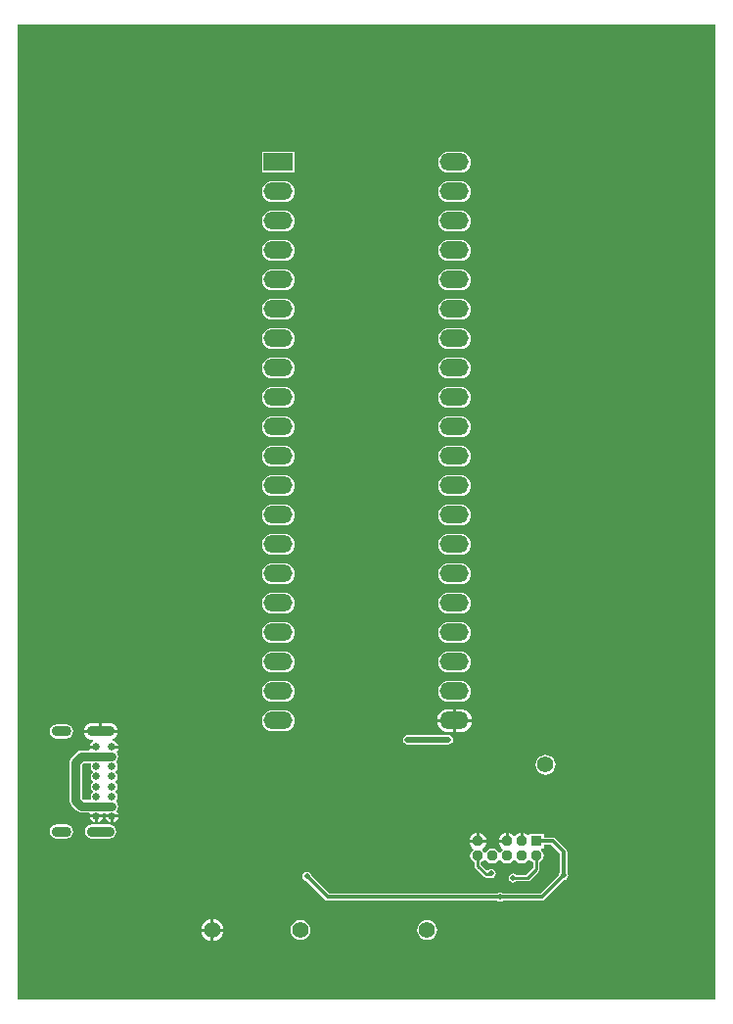
<source format=gbl>
G04*
G04 #@! TF.GenerationSoftware,Altium Limited,Altium Designer,19.1.8 (144)*
G04*
G04 Layer_Physical_Order=2*
G04 Layer_Color=16711680*
%FSLAX25Y25*%
%MOIN*%
G70*
G01*
G75*
%ADD10C,0.01000*%
%ADD17C,0.02000*%
%ADD20C,0.01181*%
%ADD48C,0.03000*%
%ADD50O,0.09843X0.05906*%
%ADD51R,0.09843X0.05906*%
%ADD52R,0.03780X0.03780*%
%ADD53C,0.03780*%
%ADD54C,0.05512*%
%ADD55O,0.06693X0.03543*%
%ADD56O,0.09449X0.03543*%
%ADD57O,0.02559X0.02441*%
%ADD58C,0.01968*%
G36*
X408879Y157122D02*
X171122D01*
Y488878D01*
X408879Y488878D01*
Y157122D01*
D02*
G37*
%LPC*%
G36*
X265521Y445553D02*
X254479D01*
Y438447D01*
X265521D01*
Y445553D01*
D02*
G37*
G36*
X321969Y445583D02*
X318032D01*
X317104Y445461D01*
X316240Y445103D01*
X315498Y444534D01*
X314928Y443792D01*
X314570Y442928D01*
X314448Y442000D01*
X314570Y441073D01*
X314928Y440208D01*
X315498Y439466D01*
X316240Y438897D01*
X317104Y438539D01*
X318032Y438417D01*
X321969D01*
X322896Y438539D01*
X323760Y438897D01*
X324502Y439466D01*
X325072Y440208D01*
X325430Y441073D01*
X325552Y442000D01*
X325430Y442928D01*
X325072Y443792D01*
X324502Y444534D01*
X323760Y445103D01*
X322896Y445461D01*
X321969Y445583D01*
D02*
G37*
G36*
Y435583D02*
X318032D01*
X317104Y435461D01*
X316240Y435103D01*
X315498Y434534D01*
X314928Y433792D01*
X314570Y432928D01*
X314448Y432000D01*
X314570Y431073D01*
X314928Y430208D01*
X315498Y429466D01*
X316240Y428897D01*
X317104Y428539D01*
X318032Y428417D01*
X321969D01*
X322896Y428539D01*
X323760Y428897D01*
X324502Y429466D01*
X325072Y430208D01*
X325430Y431073D01*
X325552Y432000D01*
X325430Y432928D01*
X325072Y433792D01*
X324502Y434534D01*
X323760Y435103D01*
X322896Y435461D01*
X321969Y435583D01*
D02*
G37*
G36*
X261968D02*
X258032D01*
X257104Y435461D01*
X256240Y435103D01*
X255498Y434534D01*
X254928Y433792D01*
X254570Y432928D01*
X254448Y432000D01*
X254570Y431073D01*
X254928Y430208D01*
X255498Y429466D01*
X256240Y428897D01*
X257104Y428539D01*
X258032Y428417D01*
X261968D01*
X262896Y428539D01*
X263760Y428897D01*
X264502Y429466D01*
X265072Y430208D01*
X265430Y431073D01*
X265552Y432000D01*
X265430Y432928D01*
X265072Y433792D01*
X264502Y434534D01*
X263760Y435103D01*
X262896Y435461D01*
X261968Y435583D01*
D02*
G37*
G36*
X321969Y425583D02*
X318032D01*
X317104Y425461D01*
X316240Y425103D01*
X315498Y424534D01*
X314928Y423792D01*
X314570Y422928D01*
X314448Y422000D01*
X314570Y421072D01*
X314928Y420208D01*
X315498Y419466D01*
X316240Y418897D01*
X317104Y418539D01*
X318032Y418417D01*
X321969D01*
X322896Y418539D01*
X323760Y418897D01*
X324502Y419466D01*
X325072Y420208D01*
X325430Y421072D01*
X325552Y422000D01*
X325430Y422928D01*
X325072Y423792D01*
X324502Y424534D01*
X323760Y425103D01*
X322896Y425461D01*
X321969Y425583D01*
D02*
G37*
G36*
X261968D02*
X258032D01*
X257104Y425461D01*
X256240Y425103D01*
X255498Y424534D01*
X254928Y423792D01*
X254570Y422928D01*
X254448Y422000D01*
X254570Y421072D01*
X254928Y420208D01*
X255498Y419466D01*
X256240Y418897D01*
X257104Y418539D01*
X258032Y418417D01*
X261968D01*
X262896Y418539D01*
X263760Y418897D01*
X264502Y419466D01*
X265072Y420208D01*
X265430Y421072D01*
X265552Y422000D01*
X265430Y422928D01*
X265072Y423792D01*
X264502Y424534D01*
X263760Y425103D01*
X262896Y425461D01*
X261968Y425583D01*
D02*
G37*
G36*
X321969Y415583D02*
X318032D01*
X317104Y415461D01*
X316240Y415103D01*
X315498Y414534D01*
X314928Y413792D01*
X314570Y412927D01*
X314448Y412000D01*
X314570Y411072D01*
X314928Y410208D01*
X315498Y409466D01*
X316240Y408897D01*
X317104Y408539D01*
X318032Y408417D01*
X321969D01*
X322896Y408539D01*
X323760Y408897D01*
X324502Y409466D01*
X325072Y410208D01*
X325430Y411072D01*
X325552Y412000D01*
X325430Y412927D01*
X325072Y413792D01*
X324502Y414534D01*
X323760Y415103D01*
X322896Y415461D01*
X321969Y415583D01*
D02*
G37*
G36*
X261968D02*
X258032D01*
X257104Y415461D01*
X256240Y415103D01*
X255498Y414534D01*
X254928Y413792D01*
X254570Y412927D01*
X254448Y412000D01*
X254570Y411072D01*
X254928Y410208D01*
X255498Y409466D01*
X256240Y408897D01*
X257104Y408539D01*
X258032Y408417D01*
X261968D01*
X262896Y408539D01*
X263760Y408897D01*
X264502Y409466D01*
X265072Y410208D01*
X265430Y411072D01*
X265552Y412000D01*
X265430Y412927D01*
X265072Y413792D01*
X264502Y414534D01*
X263760Y415103D01*
X262896Y415461D01*
X261968Y415583D01*
D02*
G37*
G36*
X321969Y405583D02*
X318032D01*
X317104Y405461D01*
X316240Y405103D01*
X315498Y404534D01*
X314928Y403792D01*
X314570Y402927D01*
X314448Y402000D01*
X314570Y401073D01*
X314928Y400208D01*
X315498Y399466D01*
X316240Y398897D01*
X317104Y398539D01*
X318032Y398417D01*
X321969D01*
X322896Y398539D01*
X323760Y398897D01*
X324502Y399466D01*
X325072Y400208D01*
X325430Y401073D01*
X325552Y402000D01*
X325430Y402927D01*
X325072Y403792D01*
X324502Y404534D01*
X323760Y405103D01*
X322896Y405461D01*
X321969Y405583D01*
D02*
G37*
G36*
X261968D02*
X258032D01*
X257104Y405461D01*
X256240Y405103D01*
X255498Y404534D01*
X254928Y403792D01*
X254570Y402927D01*
X254448Y402000D01*
X254570Y401073D01*
X254928Y400208D01*
X255498Y399466D01*
X256240Y398897D01*
X257104Y398539D01*
X258032Y398417D01*
X261968D01*
X262896Y398539D01*
X263760Y398897D01*
X264502Y399466D01*
X265072Y400208D01*
X265430Y401073D01*
X265552Y402000D01*
X265430Y402927D01*
X265072Y403792D01*
X264502Y404534D01*
X263760Y405103D01*
X262896Y405461D01*
X261968Y405583D01*
D02*
G37*
G36*
X321969Y395583D02*
X318032D01*
X317104Y395461D01*
X316240Y395103D01*
X315498Y394534D01*
X314928Y393792D01*
X314570Y392927D01*
X314448Y392000D01*
X314570Y391073D01*
X314928Y390208D01*
X315498Y389466D01*
X316240Y388897D01*
X317104Y388539D01*
X318032Y388417D01*
X321969D01*
X322896Y388539D01*
X323760Y388897D01*
X324502Y389466D01*
X325072Y390208D01*
X325430Y391073D01*
X325552Y392000D01*
X325430Y392927D01*
X325072Y393792D01*
X324502Y394534D01*
X323760Y395103D01*
X322896Y395461D01*
X321969Y395583D01*
D02*
G37*
G36*
X261968D02*
X258032D01*
X257104Y395461D01*
X256240Y395103D01*
X255498Y394534D01*
X254928Y393792D01*
X254570Y392927D01*
X254448Y392000D01*
X254570Y391073D01*
X254928Y390208D01*
X255498Y389466D01*
X256240Y388897D01*
X257104Y388539D01*
X258032Y388417D01*
X261968D01*
X262896Y388539D01*
X263760Y388897D01*
X264502Y389466D01*
X265072Y390208D01*
X265430Y391073D01*
X265552Y392000D01*
X265430Y392927D01*
X265072Y393792D01*
X264502Y394534D01*
X263760Y395103D01*
X262896Y395461D01*
X261968Y395583D01*
D02*
G37*
G36*
X321969Y385583D02*
X318032D01*
X317104Y385461D01*
X316240Y385103D01*
X315498Y384534D01*
X314928Y383792D01*
X314570Y382927D01*
X314448Y382000D01*
X314570Y381073D01*
X314928Y380208D01*
X315498Y379466D01*
X316240Y378897D01*
X317104Y378539D01*
X318032Y378417D01*
X321969D01*
X322896Y378539D01*
X323760Y378897D01*
X324502Y379466D01*
X325072Y380208D01*
X325430Y381073D01*
X325552Y382000D01*
X325430Y382927D01*
X325072Y383792D01*
X324502Y384534D01*
X323760Y385103D01*
X322896Y385461D01*
X321969Y385583D01*
D02*
G37*
G36*
X261968D02*
X258032D01*
X257104Y385461D01*
X256240Y385103D01*
X255498Y384534D01*
X254928Y383792D01*
X254570Y382927D01*
X254448Y382000D01*
X254570Y381073D01*
X254928Y380208D01*
X255498Y379466D01*
X256240Y378897D01*
X257104Y378539D01*
X258032Y378417D01*
X261968D01*
X262896Y378539D01*
X263760Y378897D01*
X264502Y379466D01*
X265072Y380208D01*
X265430Y381073D01*
X265552Y382000D01*
X265430Y382927D01*
X265072Y383792D01*
X264502Y384534D01*
X263760Y385103D01*
X262896Y385461D01*
X261968Y385583D01*
D02*
G37*
G36*
X321969Y375583D02*
X318032D01*
X317104Y375461D01*
X316240Y375103D01*
X315498Y374534D01*
X314928Y373792D01*
X314570Y372927D01*
X314448Y372000D01*
X314570Y371073D01*
X314928Y370208D01*
X315498Y369466D01*
X316240Y368897D01*
X317104Y368539D01*
X318032Y368417D01*
X321969D01*
X322896Y368539D01*
X323760Y368897D01*
X324502Y369466D01*
X325072Y370208D01*
X325430Y371073D01*
X325552Y372000D01*
X325430Y372927D01*
X325072Y373792D01*
X324502Y374534D01*
X323760Y375103D01*
X322896Y375461D01*
X321969Y375583D01*
D02*
G37*
G36*
X261968D02*
X258032D01*
X257104Y375461D01*
X256240Y375103D01*
X255498Y374534D01*
X254928Y373792D01*
X254570Y372927D01*
X254448Y372000D01*
X254570Y371073D01*
X254928Y370208D01*
X255498Y369466D01*
X256240Y368897D01*
X257104Y368539D01*
X258032Y368417D01*
X261968D01*
X262896Y368539D01*
X263760Y368897D01*
X264502Y369466D01*
X265072Y370208D01*
X265430Y371073D01*
X265552Y372000D01*
X265430Y372927D01*
X265072Y373792D01*
X264502Y374534D01*
X263760Y375103D01*
X262896Y375461D01*
X261968Y375583D01*
D02*
G37*
G36*
X321969Y365583D02*
X318032D01*
X317104Y365461D01*
X316240Y365103D01*
X315498Y364534D01*
X314928Y363792D01*
X314570Y362927D01*
X314448Y362000D01*
X314570Y361073D01*
X314928Y360208D01*
X315498Y359466D01*
X316240Y358897D01*
X317104Y358539D01*
X318032Y358417D01*
X321969D01*
X322896Y358539D01*
X323760Y358897D01*
X324502Y359466D01*
X325072Y360208D01*
X325430Y361073D01*
X325552Y362000D01*
X325430Y362927D01*
X325072Y363792D01*
X324502Y364534D01*
X323760Y365103D01*
X322896Y365461D01*
X321969Y365583D01*
D02*
G37*
G36*
X261968D02*
X258032D01*
X257104Y365461D01*
X256240Y365103D01*
X255498Y364534D01*
X254928Y363792D01*
X254570Y362927D01*
X254448Y362000D01*
X254570Y361073D01*
X254928Y360208D01*
X255498Y359466D01*
X256240Y358897D01*
X257104Y358539D01*
X258032Y358417D01*
X261968D01*
X262896Y358539D01*
X263760Y358897D01*
X264502Y359466D01*
X265072Y360208D01*
X265430Y361073D01*
X265552Y362000D01*
X265430Y362927D01*
X265072Y363792D01*
X264502Y364534D01*
X263760Y365103D01*
X262896Y365461D01*
X261968Y365583D01*
D02*
G37*
G36*
X321969Y355583D02*
X318032D01*
X317104Y355461D01*
X316240Y355103D01*
X315498Y354534D01*
X314928Y353792D01*
X314570Y352927D01*
X314448Y352000D01*
X314570Y351073D01*
X314928Y350208D01*
X315498Y349466D01*
X316240Y348897D01*
X317104Y348539D01*
X318032Y348417D01*
X321969D01*
X322896Y348539D01*
X323760Y348897D01*
X324502Y349466D01*
X325072Y350208D01*
X325430Y351073D01*
X325552Y352000D01*
X325430Y352927D01*
X325072Y353792D01*
X324502Y354534D01*
X323760Y355103D01*
X322896Y355461D01*
X321969Y355583D01*
D02*
G37*
G36*
X261968D02*
X258032D01*
X257104Y355461D01*
X256240Y355103D01*
X255498Y354534D01*
X254928Y353792D01*
X254570Y352927D01*
X254448Y352000D01*
X254570Y351073D01*
X254928Y350208D01*
X255498Y349466D01*
X256240Y348897D01*
X257104Y348539D01*
X258032Y348417D01*
X261968D01*
X262896Y348539D01*
X263760Y348897D01*
X264502Y349466D01*
X265072Y350208D01*
X265430Y351073D01*
X265552Y352000D01*
X265430Y352927D01*
X265072Y353792D01*
X264502Y354534D01*
X263760Y355103D01*
X262896Y355461D01*
X261968Y355583D01*
D02*
G37*
G36*
X321969Y345583D02*
X318032D01*
X317104Y345461D01*
X316240Y345103D01*
X315498Y344534D01*
X314928Y343792D01*
X314570Y342927D01*
X314448Y342000D01*
X314570Y341073D01*
X314928Y340208D01*
X315498Y339466D01*
X316240Y338897D01*
X317104Y338539D01*
X318032Y338417D01*
X321969D01*
X322896Y338539D01*
X323760Y338897D01*
X324502Y339466D01*
X325072Y340208D01*
X325430Y341073D01*
X325552Y342000D01*
X325430Y342927D01*
X325072Y343792D01*
X324502Y344534D01*
X323760Y345103D01*
X322896Y345461D01*
X321969Y345583D01*
D02*
G37*
G36*
X261968D02*
X258032D01*
X257104Y345461D01*
X256240Y345103D01*
X255498Y344534D01*
X254928Y343792D01*
X254570Y342927D01*
X254448Y342000D01*
X254570Y341073D01*
X254928Y340208D01*
X255498Y339466D01*
X256240Y338897D01*
X257104Y338539D01*
X258032Y338417D01*
X261968D01*
X262896Y338539D01*
X263760Y338897D01*
X264502Y339466D01*
X265072Y340208D01*
X265430Y341073D01*
X265552Y342000D01*
X265430Y342927D01*
X265072Y343792D01*
X264502Y344534D01*
X263760Y345103D01*
X262896Y345461D01*
X261968Y345583D01*
D02*
G37*
G36*
X321969Y335583D02*
X318032D01*
X317104Y335461D01*
X316240Y335103D01*
X315498Y334534D01*
X314928Y333792D01*
X314570Y332927D01*
X314448Y332000D01*
X314570Y331073D01*
X314928Y330208D01*
X315498Y329466D01*
X316240Y328897D01*
X317104Y328539D01*
X318032Y328417D01*
X321969D01*
X322896Y328539D01*
X323760Y328897D01*
X324502Y329466D01*
X325072Y330208D01*
X325430Y331073D01*
X325552Y332000D01*
X325430Y332927D01*
X325072Y333792D01*
X324502Y334534D01*
X323760Y335103D01*
X322896Y335461D01*
X321969Y335583D01*
D02*
G37*
G36*
X261968D02*
X258032D01*
X257104Y335461D01*
X256240Y335103D01*
X255498Y334534D01*
X254928Y333792D01*
X254570Y332927D01*
X254448Y332000D01*
X254570Y331073D01*
X254928Y330208D01*
X255498Y329466D01*
X256240Y328897D01*
X257104Y328539D01*
X258032Y328417D01*
X261968D01*
X262896Y328539D01*
X263760Y328897D01*
X264502Y329466D01*
X265072Y330208D01*
X265430Y331073D01*
X265552Y332000D01*
X265430Y332927D01*
X265072Y333792D01*
X264502Y334534D01*
X263760Y335103D01*
X262896Y335461D01*
X261968Y335583D01*
D02*
G37*
G36*
X321969Y325583D02*
X318032D01*
X317104Y325461D01*
X316240Y325103D01*
X315498Y324534D01*
X314928Y323792D01*
X314570Y322927D01*
X314448Y322000D01*
X314570Y321073D01*
X314928Y320208D01*
X315498Y319466D01*
X316240Y318897D01*
X317104Y318539D01*
X318032Y318417D01*
X321969D01*
X322896Y318539D01*
X323760Y318897D01*
X324502Y319466D01*
X325072Y320208D01*
X325430Y321073D01*
X325552Y322000D01*
X325430Y322927D01*
X325072Y323792D01*
X324502Y324534D01*
X323760Y325103D01*
X322896Y325461D01*
X321969Y325583D01*
D02*
G37*
G36*
X261968D02*
X258032D01*
X257104Y325461D01*
X256240Y325103D01*
X255498Y324534D01*
X254928Y323792D01*
X254570Y322927D01*
X254448Y322000D01*
X254570Y321073D01*
X254928Y320208D01*
X255498Y319466D01*
X256240Y318897D01*
X257104Y318539D01*
X258032Y318417D01*
X261968D01*
X262896Y318539D01*
X263760Y318897D01*
X264502Y319466D01*
X265072Y320208D01*
X265430Y321073D01*
X265552Y322000D01*
X265430Y322927D01*
X265072Y323792D01*
X264502Y324534D01*
X263760Y325103D01*
X262896Y325461D01*
X261968Y325583D01*
D02*
G37*
G36*
X321969Y315583D02*
X318032D01*
X317104Y315461D01*
X316240Y315103D01*
X315498Y314534D01*
X314928Y313792D01*
X314570Y312927D01*
X314448Y312000D01*
X314570Y311073D01*
X314928Y310208D01*
X315498Y309466D01*
X316240Y308897D01*
X317104Y308539D01*
X318032Y308417D01*
X321969D01*
X322896Y308539D01*
X323760Y308897D01*
X324502Y309466D01*
X325072Y310208D01*
X325430Y311073D01*
X325552Y312000D01*
X325430Y312927D01*
X325072Y313792D01*
X324502Y314534D01*
X323760Y315103D01*
X322896Y315461D01*
X321969Y315583D01*
D02*
G37*
G36*
X261968D02*
X258032D01*
X257104Y315461D01*
X256240Y315103D01*
X255498Y314534D01*
X254928Y313792D01*
X254570Y312927D01*
X254448Y312000D01*
X254570Y311073D01*
X254928Y310208D01*
X255498Y309466D01*
X256240Y308897D01*
X257104Y308539D01*
X258032Y308417D01*
X261968D01*
X262896Y308539D01*
X263760Y308897D01*
X264502Y309466D01*
X265072Y310208D01*
X265430Y311073D01*
X265552Y312000D01*
X265430Y312927D01*
X265072Y313792D01*
X264502Y314534D01*
X263760Y315103D01*
X262896Y315461D01*
X261968Y315583D01*
D02*
G37*
G36*
X321969Y305583D02*
X318032D01*
X317104Y305461D01*
X316240Y305103D01*
X315498Y304534D01*
X314928Y303792D01*
X314570Y302927D01*
X314448Y302000D01*
X314570Y301073D01*
X314928Y300208D01*
X315498Y299466D01*
X316240Y298897D01*
X317104Y298539D01*
X318032Y298417D01*
X321969D01*
X322896Y298539D01*
X323760Y298897D01*
X324502Y299466D01*
X325072Y300208D01*
X325430Y301073D01*
X325552Y302000D01*
X325430Y302927D01*
X325072Y303792D01*
X324502Y304534D01*
X323760Y305103D01*
X322896Y305461D01*
X321969Y305583D01*
D02*
G37*
G36*
X261968D02*
X258032D01*
X257104Y305461D01*
X256240Y305103D01*
X255498Y304534D01*
X254928Y303792D01*
X254570Y302927D01*
X254448Y302000D01*
X254570Y301073D01*
X254928Y300208D01*
X255498Y299466D01*
X256240Y298897D01*
X257104Y298539D01*
X258032Y298417D01*
X261968D01*
X262896Y298539D01*
X263760Y298897D01*
X264502Y299466D01*
X265072Y300208D01*
X265430Y301073D01*
X265552Y302000D01*
X265430Y302927D01*
X265072Y303792D01*
X264502Y304534D01*
X263760Y305103D01*
X262896Y305461D01*
X261968Y305583D01*
D02*
G37*
G36*
X321969Y295583D02*
X318032D01*
X317104Y295461D01*
X316240Y295103D01*
X315498Y294534D01*
X314928Y293792D01*
X314570Y292927D01*
X314448Y292000D01*
X314570Y291073D01*
X314928Y290208D01*
X315498Y289466D01*
X316240Y288897D01*
X317104Y288539D01*
X318032Y288417D01*
X321969D01*
X322896Y288539D01*
X323760Y288897D01*
X324502Y289466D01*
X325072Y290208D01*
X325430Y291073D01*
X325552Y292000D01*
X325430Y292927D01*
X325072Y293792D01*
X324502Y294534D01*
X323760Y295103D01*
X322896Y295461D01*
X321969Y295583D01*
D02*
G37*
G36*
X261968D02*
X258032D01*
X257104Y295461D01*
X256240Y295103D01*
X255498Y294534D01*
X254928Y293792D01*
X254570Y292927D01*
X254448Y292000D01*
X254570Y291073D01*
X254928Y290208D01*
X255498Y289466D01*
X256240Y288897D01*
X257104Y288539D01*
X258032Y288417D01*
X261968D01*
X262896Y288539D01*
X263760Y288897D01*
X264502Y289466D01*
X265072Y290208D01*
X265430Y291073D01*
X265552Y292000D01*
X265430Y292927D01*
X265072Y293792D01*
X264502Y294534D01*
X263760Y295103D01*
X262896Y295461D01*
X261968Y295583D01*
D02*
G37*
G36*
X321969Y285583D02*
X318032D01*
X317104Y285461D01*
X316240Y285103D01*
X315498Y284534D01*
X314928Y283792D01*
X314570Y282927D01*
X314448Y282000D01*
X314570Y281073D01*
X314928Y280208D01*
X315498Y279466D01*
X316240Y278897D01*
X317104Y278539D01*
X318032Y278417D01*
X321969D01*
X322896Y278539D01*
X323760Y278897D01*
X324502Y279466D01*
X325072Y280208D01*
X325430Y281073D01*
X325552Y282000D01*
X325430Y282927D01*
X325072Y283792D01*
X324502Y284534D01*
X323760Y285103D01*
X322896Y285461D01*
X321969Y285583D01*
D02*
G37*
G36*
X261968D02*
X258032D01*
X257104Y285461D01*
X256240Y285103D01*
X255498Y284534D01*
X254928Y283792D01*
X254570Y282927D01*
X254448Y282000D01*
X254570Y281073D01*
X254928Y280208D01*
X255498Y279466D01*
X256240Y278897D01*
X257104Y278539D01*
X258032Y278417D01*
X261968D01*
X262896Y278539D01*
X263760Y278897D01*
X264502Y279466D01*
X265072Y280208D01*
X265430Y281073D01*
X265552Y282000D01*
X265430Y282927D01*
X265072Y283792D01*
X264502Y284534D01*
X263760Y285103D01*
X262896Y285461D01*
X261968Y285583D01*
D02*
G37*
G36*
X321969Y275583D02*
X318032D01*
X317104Y275461D01*
X316240Y275103D01*
X315498Y274534D01*
X314928Y273792D01*
X314570Y272927D01*
X314448Y272000D01*
X314570Y271073D01*
X314928Y270208D01*
X315498Y269466D01*
X316240Y268897D01*
X317104Y268539D01*
X318032Y268417D01*
X321969D01*
X322896Y268539D01*
X323760Y268897D01*
X324502Y269466D01*
X325072Y270208D01*
X325430Y271073D01*
X325552Y272000D01*
X325430Y272927D01*
X325072Y273792D01*
X324502Y274534D01*
X323760Y275103D01*
X322896Y275461D01*
X321969Y275583D01*
D02*
G37*
G36*
X261968D02*
X258032D01*
X257104Y275461D01*
X256240Y275103D01*
X255498Y274534D01*
X254928Y273792D01*
X254570Y272927D01*
X254448Y272000D01*
X254570Y271073D01*
X254928Y270208D01*
X255498Y269466D01*
X256240Y268897D01*
X257104Y268539D01*
X258032Y268417D01*
X261968D01*
X262896Y268539D01*
X263760Y268897D01*
X264502Y269466D01*
X265072Y270208D01*
X265430Y271073D01*
X265552Y272000D01*
X265430Y272927D01*
X265072Y273792D01*
X264502Y274534D01*
X263760Y275103D01*
X262896Y275461D01*
X261968Y275583D01*
D02*
G37*
G36*
X321969Y265583D02*
X318032D01*
X317104Y265461D01*
X316240Y265103D01*
X315498Y264534D01*
X314928Y263792D01*
X314570Y262927D01*
X314448Y262000D01*
X314570Y261073D01*
X314928Y260208D01*
X315498Y259466D01*
X316240Y258897D01*
X317104Y258539D01*
X318032Y258417D01*
X321969D01*
X322896Y258539D01*
X323760Y258897D01*
X324502Y259466D01*
X325072Y260208D01*
X325430Y261073D01*
X325552Y262000D01*
X325430Y262927D01*
X325072Y263792D01*
X324502Y264534D01*
X323760Y265103D01*
X322896Y265461D01*
X321969Y265583D01*
D02*
G37*
G36*
X261968D02*
X258032D01*
X257104Y265461D01*
X256240Y265103D01*
X255498Y264534D01*
X254928Y263792D01*
X254570Y262927D01*
X254448Y262000D01*
X254570Y261073D01*
X254928Y260208D01*
X255498Y259466D01*
X256240Y258897D01*
X257104Y258539D01*
X258032Y258417D01*
X261968D01*
X262896Y258539D01*
X263760Y258897D01*
X264502Y259466D01*
X265072Y260208D01*
X265430Y261073D01*
X265552Y262000D01*
X265430Y262927D01*
X265072Y263792D01*
X264502Y264534D01*
X263760Y265103D01*
X262896Y265461D01*
X261968Y265583D01*
D02*
G37*
G36*
X321969Y255987D02*
X320500D01*
Y252500D01*
X325889D01*
X325819Y253032D01*
X325421Y253993D01*
X324788Y254819D01*
X323962Y255453D01*
X323000Y255851D01*
X321969Y255987D01*
D02*
G37*
G36*
X319500D02*
X318032D01*
X317000Y255851D01*
X316038Y255453D01*
X315212Y254819D01*
X314579Y253993D01*
X314180Y253032D01*
X314110Y252500D01*
X319500D01*
Y255987D01*
D02*
G37*
G36*
X202409Y251150D02*
X199956D01*
Y248855D01*
X205139D01*
X205109Y249078D01*
X204830Y249753D01*
X204386Y250332D01*
X203807Y250776D01*
X203133Y251055D01*
X202409Y251150D01*
D02*
G37*
G36*
X198956D02*
X196503D01*
X195780Y251055D01*
X195106Y250776D01*
X194527Y250332D01*
X194082Y249753D01*
X193803Y249078D01*
X193774Y248855D01*
X198956D01*
Y251150D01*
D02*
G37*
G36*
X261968Y255583D02*
X258032D01*
X257104Y255461D01*
X256240Y255103D01*
X255498Y254534D01*
X254928Y253792D01*
X254570Y252927D01*
X254448Y252000D01*
X254570Y251073D01*
X254928Y250208D01*
X255498Y249466D01*
X256240Y248897D01*
X257104Y248539D01*
X258032Y248417D01*
X261968D01*
X262896Y248539D01*
X263760Y248897D01*
X264502Y249466D01*
X265072Y250208D01*
X265430Y251073D01*
X265552Y252000D01*
X265430Y252927D01*
X265072Y253792D01*
X264502Y254534D01*
X263760Y255103D01*
X262896Y255461D01*
X261968Y255583D01*
D02*
G37*
G36*
X325889Y251500D02*
X320500D01*
Y248013D01*
X321969D01*
X323000Y248149D01*
X323962Y248547D01*
X324788Y249181D01*
X325421Y250007D01*
X325819Y250968D01*
X325889Y251500D01*
D02*
G37*
G36*
X319500D02*
X314110D01*
X314180Y250968D01*
X314579Y250007D01*
X315212Y249181D01*
X316038Y248547D01*
X317000Y248149D01*
X318032Y248013D01*
X319500D01*
Y251500D01*
D02*
G37*
G36*
X187724Y250773D02*
X184574D01*
X183649Y250589D01*
X182864Y250065D01*
X182340Y249280D01*
X182156Y248355D01*
X182340Y247430D01*
X182864Y246645D01*
X183649Y246121D01*
X184574Y245937D01*
X187724D01*
X188649Y246121D01*
X189434Y246645D01*
X189958Y247430D01*
X190142Y248355D01*
X189958Y249280D01*
X189434Y250065D01*
X188649Y250589D01*
X187724Y250773D01*
D02*
G37*
G36*
X318000Y247131D02*
X304000D01*
X303376Y247007D01*
X302847Y246654D01*
X302493Y246124D01*
X302369Y245500D01*
X302493Y244876D01*
X302847Y244346D01*
X303376Y243993D01*
X304000Y243869D01*
X318000D01*
X318624Y243993D01*
X319153Y244346D01*
X319507Y244876D01*
X319631Y245500D01*
X319507Y246124D01*
X319153Y246654D01*
X318624Y247007D01*
X318000Y247131D01*
D02*
G37*
G36*
X351000Y240385D02*
X350124Y240269D01*
X349308Y239931D01*
X348606Y239393D01*
X348069Y238692D01*
X347730Y237876D01*
X347615Y237000D01*
X347730Y236124D01*
X348069Y235308D01*
X348606Y234607D01*
X349308Y234069D01*
X350124Y233731D01*
X351000Y233615D01*
X351876Y233731D01*
X352692Y234069D01*
X353394Y234607D01*
X353931Y235308D01*
X354270Y236124D01*
X354385Y237000D01*
X354270Y237876D01*
X353931Y238692D01*
X353394Y239393D01*
X352692Y239931D01*
X351876Y240269D01*
X351000Y240385D01*
D02*
G37*
G36*
X205139Y247855D02*
X193774D01*
X193803Y247632D01*
X194082Y246957D01*
X194527Y246378D01*
X195106Y245934D01*
X195780Y245655D01*
X196503Y245560D01*
X196858D01*
X196967Y245060D01*
X196340Y244641D01*
X195849Y243906D01*
X195776Y243540D01*
X198000D01*
Y242540D01*
X195776D01*
X195817Y242334D01*
X195521Y241834D01*
X192757D01*
X191938Y241671D01*
X191243Y241207D01*
X189486Y239450D01*
X189022Y238755D01*
X188859Y237936D01*
Y224757D01*
X189022Y223938D01*
X189486Y223243D01*
X191257Y221473D01*
X191951Y221008D01*
X192771Y220845D01*
X195538D01*
X195823Y220345D01*
X195776Y220114D01*
X198000D01*
X200224D01*
X200181Y220326D01*
X200472Y220736D01*
X200842D01*
X201133Y220326D01*
X201090Y220114D01*
X203314D01*
X205538D01*
X205465Y220480D01*
X204974Y221215D01*
X205044Y221770D01*
X205292Y222142D01*
X205455Y222961D01*
X205292Y223780D01*
X204828Y224475D01*
X204820Y224483D01*
X204685Y224661D01*
Y224994D01*
X205088Y225597D01*
X205229Y226307D01*
X205088Y227017D01*
X204685Y227620D01*
X204519Y227730D01*
Y228231D01*
X204685Y228342D01*
X205088Y228944D01*
X205229Y229654D01*
X205088Y230364D01*
X204685Y230966D01*
X204520Y231077D01*
Y231577D01*
X204685Y231687D01*
X205088Y232290D01*
X205229Y233000D01*
X205088Y233710D01*
X204685Y234313D01*
X204519Y234423D01*
Y234924D01*
X204685Y235034D01*
X205088Y235637D01*
X205229Y236347D01*
X205088Y237057D01*
X204685Y237660D01*
Y238084D01*
X204828Y238179D01*
X205292Y238874D01*
X205455Y239693D01*
X205292Y240512D01*
X205044Y240884D01*
X204974Y241439D01*
X205465Y242174D01*
X205538Y242540D01*
X203314D01*
Y243540D01*
X205538D01*
X205465Y243906D01*
X204974Y244641D01*
X204239Y245132D01*
X203521Y245274D01*
X203468Y245794D01*
X203807Y245934D01*
X204386Y246378D01*
X204830Y246957D01*
X205109Y247632D01*
X205139Y247855D01*
D02*
G37*
G36*
X200224Y219114D02*
X198500D01*
Y217438D01*
X198925Y217522D01*
X199660Y218013D01*
X200151Y218748D01*
X200224Y219114D01*
D02*
G37*
G36*
X205538D02*
X203814D01*
Y217438D01*
X204239Y217522D01*
X204974Y218013D01*
X205465Y218748D01*
X205538Y219114D01*
D02*
G37*
G36*
X202814D02*
X201090D01*
X201163Y218748D01*
X201654Y218013D01*
X202389Y217522D01*
X202814Y217438D01*
Y219114D01*
D02*
G37*
G36*
X197500D02*
X195776D01*
X195849Y218748D01*
X196340Y218013D01*
X197075Y217522D01*
X197500Y217438D01*
Y219114D01*
D02*
G37*
G36*
X202409Y216717D02*
X196503D01*
X195578Y216533D01*
X194793Y216009D01*
X194269Y215224D01*
X194085Y214299D01*
X194269Y213374D01*
X194793Y212589D01*
X195578Y212065D01*
X196503Y211881D01*
X202409D01*
X203334Y212065D01*
X204119Y212589D01*
X204643Y213374D01*
X204827Y214299D01*
X204643Y215224D01*
X204119Y216009D01*
X203334Y216533D01*
X202409Y216717D01*
D02*
G37*
G36*
X187724D02*
X184574D01*
X183649Y216533D01*
X182864Y216009D01*
X182340Y215224D01*
X182156Y214299D01*
X182340Y213374D01*
X182864Y212589D01*
X183649Y212065D01*
X184574Y211881D01*
X187724D01*
X188649Y212065D01*
X189434Y212589D01*
X189958Y213374D01*
X190142Y214299D01*
X189958Y215224D01*
X189434Y216009D01*
X188649Y216533D01*
X187724Y216717D01*
D02*
G37*
G36*
X328378Y213849D02*
Y211500D01*
X330727D01*
X330694Y211754D01*
X330403Y212457D01*
X329939Y213061D01*
X329336Y213524D01*
X328633Y213815D01*
X328378Y213849D01*
D02*
G37*
G36*
X327378D02*
X327124Y213815D01*
X326421Y213524D01*
X325817Y213061D01*
X325354Y212457D01*
X325063Y211754D01*
X325030Y211500D01*
X327378D01*
Y213849D01*
D02*
G37*
G36*
X337378D02*
X337124Y213815D01*
X336421Y213524D01*
X335817Y213061D01*
X335354Y212457D01*
X335063Y211754D01*
X335030Y211500D01*
X337378D01*
Y213849D01*
D02*
G37*
G36*
X343378D02*
Y211000D01*
X342378D01*
Y213849D01*
X342124Y213815D01*
X341421Y213524D01*
X340817Y213061D01*
X340628Y212815D01*
X340128D01*
X339939Y213061D01*
X339336Y213524D01*
X338633Y213815D01*
X338378Y213849D01*
Y211000D01*
X337878D01*
Y210500D01*
X335030D01*
X335063Y210246D01*
X335354Y209543D01*
X335817Y208939D01*
X336319Y208554D01*
X336396Y208004D01*
X336083Y207795D01*
X335658Y207158D01*
X335099D01*
X334674Y207795D01*
X333850Y208345D01*
X332878Y208539D01*
X331907Y208345D01*
X331083Y207795D01*
X330658Y207158D01*
X330099D01*
X329674Y207795D01*
X329360Y208004D01*
X329438Y208554D01*
X329939Y208939D01*
X330403Y209543D01*
X330694Y210246D01*
X330727Y210500D01*
X327878D01*
X325030D01*
X325063Y210246D01*
X325354Y209543D01*
X325817Y208939D01*
X326319Y208554D01*
X326396Y208004D01*
X326083Y207795D01*
X325533Y206972D01*
X325340Y206000D01*
X325533Y205029D01*
X326083Y204205D01*
X326757Y203755D01*
Y202622D01*
X326757Y202622D01*
X326842Y202192D01*
X327085Y201829D01*
X330007Y198907D01*
X330371Y198664D01*
X330800Y198578D01*
X330800Y198578D01*
X331776D01*
X331882Y198508D01*
X332500Y198385D01*
X333118Y198508D01*
X333642Y198858D01*
X333992Y199382D01*
X334115Y200000D01*
X333992Y200618D01*
X333642Y201142D01*
X333118Y201492D01*
X332500Y201615D01*
X331882Y201492D01*
X331358Y201142D01*
X330981Y201105D01*
X329000Y203086D01*
Y203755D01*
X329674Y204205D01*
X330099Y204842D01*
X330658D01*
X331083Y204205D01*
X331907Y203655D01*
X332878Y203461D01*
X333850Y203655D01*
X334674Y204205D01*
X335099Y204842D01*
X335658D01*
X336083Y204205D01*
X336907Y203655D01*
X337878Y203461D01*
X338850Y203655D01*
X339673Y204205D01*
X340099Y204842D01*
X340658D01*
X341083Y204205D01*
X341907Y203655D01*
X342878Y203461D01*
X343850Y203655D01*
X344673Y204205D01*
X345099Y204842D01*
X345658D01*
X346083Y204205D01*
X346757Y203755D01*
Y201895D01*
X344654Y199793D01*
X344654Y199793D01*
X344483Y199622D01*
X341156D01*
X341142Y199642D01*
X340618Y199992D01*
X340000Y200115D01*
X339382Y199992D01*
X338858Y199642D01*
X338508Y199118D01*
X338385Y198500D01*
X338508Y197882D01*
X338858Y197358D01*
X339382Y197008D01*
X340000Y196885D01*
X340618Y197008D01*
X341142Y197358D01*
X341156Y197378D01*
X344948D01*
X344948Y197378D01*
X345377Y197464D01*
X345741Y197707D01*
X346241Y198207D01*
X346241Y198207D01*
X348672Y200638D01*
X348915Y201002D01*
X349000Y201431D01*
X349000Y201431D01*
Y203755D01*
X349674Y204205D01*
X350224Y205029D01*
X350417Y206000D01*
X350224Y206972D01*
X349674Y207795D01*
X349351Y208010D01*
X349503Y208510D01*
X350368D01*
Y209786D01*
X352997D01*
X355940Y206844D01*
Y200381D01*
X355661Y199965D01*
X355563Y199473D01*
X349304Y193214D01*
X336535D01*
X336118Y193492D01*
X335500Y193615D01*
X334882Y193492D01*
X334465Y193214D01*
X277303D01*
X271362Y199155D01*
X271264Y199646D01*
X270914Y200170D01*
X270390Y200521D01*
X269772Y200644D01*
X269153Y200521D01*
X268630Y200170D01*
X268279Y199646D01*
X268156Y199028D01*
X268279Y198410D01*
X268630Y197886D01*
X269153Y197536D01*
X269645Y197438D01*
X275942Y191142D01*
X275942Y191142D01*
X276336Y190878D01*
X276800Y190786D01*
X276800Y190786D01*
X334465D01*
X334882Y190508D01*
X335500Y190385D01*
X336118Y190508D01*
X336535Y190786D01*
X349807D01*
X349807Y190786D01*
X350272Y190878D01*
X350665Y191142D01*
X357280Y197756D01*
X357772Y197854D01*
X358296Y198204D01*
X358646Y198728D01*
X358769Y199346D01*
X358646Y199965D01*
X358367Y200381D01*
Y207347D01*
X358275Y207811D01*
X358012Y208205D01*
X358012Y208205D01*
X354358Y211858D01*
X353964Y212122D01*
X353500Y212214D01*
X353500Y212214D01*
X350368D01*
Y213490D01*
X345389D01*
Y213213D01*
X345335Y213195D01*
X344889Y213100D01*
X344336Y213524D01*
X343633Y213815D01*
X343378Y213849D01*
D02*
G37*
G36*
X238000Y184485D02*
Y181262D01*
X241223D01*
X241159Y181743D01*
X240781Y182656D01*
X240179Y183441D01*
X239394Y184043D01*
X238480Y184421D01*
X238000Y184485D01*
D02*
G37*
G36*
X237000D02*
X236520Y184421D01*
X235606Y184043D01*
X234821Y183441D01*
X234219Y182656D01*
X233841Y181743D01*
X233777Y181262D01*
X237000D01*
Y184485D01*
D02*
G37*
G36*
X310653Y184147D02*
X309777Y184032D01*
X308961Y183694D01*
X308260Y183156D01*
X307722Y182455D01*
X307384Y181638D01*
X307269Y180762D01*
X307384Y179886D01*
X307722Y179070D01*
X308260Y178369D01*
X308961Y177831D01*
X309777Y177493D01*
X310653Y177377D01*
X311530Y177493D01*
X312346Y177831D01*
X313047Y178369D01*
X313585Y179070D01*
X313923Y179886D01*
X314038Y180762D01*
X313923Y181638D01*
X313585Y182455D01*
X313047Y183156D01*
X312346Y183694D01*
X311530Y184032D01*
X310653Y184147D01*
D02*
G37*
G36*
X267500D02*
X266624Y184032D01*
X265808Y183694D01*
X265107Y183156D01*
X264569Y182455D01*
X264230Y181638D01*
X264115Y180762D01*
X264230Y179886D01*
X264569Y179070D01*
X265107Y178369D01*
X265808Y177831D01*
X266624Y177493D01*
X267500Y177377D01*
X268376Y177493D01*
X269192Y177831D01*
X269894Y178369D01*
X270431Y179070D01*
X270770Y179886D01*
X270885Y180762D01*
X270770Y181638D01*
X270431Y182455D01*
X269894Y183156D01*
X269192Y183694D01*
X268376Y184032D01*
X267500Y184147D01*
D02*
G37*
G36*
X241223Y180262D02*
X238000D01*
Y177040D01*
X238480Y177103D01*
X239394Y177481D01*
X240179Y178084D01*
X240781Y178868D01*
X241159Y179782D01*
X241223Y180262D01*
D02*
G37*
G36*
X237000D02*
X233777D01*
X233841Y179782D01*
X234219Y178868D01*
X234821Y178084D01*
X235606Y177481D01*
X236520Y177103D01*
X237000Y177040D01*
Y180262D01*
D02*
G37*
%LPD*%
G36*
X196262Y237111D02*
X196226Y237057D01*
X196085Y236347D01*
X196226Y235637D01*
X196628Y235034D01*
X196795Y234924D01*
Y234423D01*
X196628Y234313D01*
X196226Y233710D01*
X196085Y233000D01*
X196226Y232290D01*
X196628Y231687D01*
X196794Y231577D01*
Y231077D01*
X196628Y230966D01*
X196226Y230364D01*
X196085Y229654D01*
X196226Y228944D01*
X196628Y228342D01*
X196795Y228231D01*
Y227730D01*
X196628Y227620D01*
X196226Y227017D01*
X196085Y226307D01*
X196220Y225628D01*
X196219Y225520D01*
X196009Y225128D01*
X193658D01*
X193141Y225644D01*
Y237049D01*
X193644Y237552D01*
X196026D01*
X196262Y237111D01*
D02*
G37*
D10*
X340000Y198500D02*
X344948D01*
X345448Y199000D01*
X330800Y199700D02*
X332500D01*
X345448Y199000D02*
X347878Y201431D01*
Y206000D01*
X327878Y202622D02*
X330800Y199700D01*
X327878Y202622D02*
Y206000D01*
D17*
X304000Y245500D02*
X318000D01*
D20*
X335500Y192000D02*
X349807D01*
X276800D02*
X335500D01*
X349807D02*
X357154Y199346D01*
X269772Y199028D02*
X276800Y192000D01*
X357154Y199346D02*
Y207347D01*
X353500Y211000D02*
X357154Y207347D01*
X347878Y211000D02*
X353500D01*
D48*
X192771Y222987D02*
X203289D01*
X191000Y224757D02*
X192771Y222987D01*
X203289D02*
X203314Y222961D01*
X191000Y224757D02*
Y237936D01*
X192757Y239693D01*
X198000D01*
X203314D01*
D50*
X320000Y252000D02*
D03*
Y262000D02*
D03*
Y272000D02*
D03*
Y282000D02*
D03*
Y292000D02*
D03*
Y302000D02*
D03*
Y312000D02*
D03*
Y322000D02*
D03*
Y332000D02*
D03*
Y342000D02*
D03*
Y352000D02*
D03*
Y362000D02*
D03*
Y372000D02*
D03*
Y382000D02*
D03*
Y392000D02*
D03*
Y402000D02*
D03*
Y412000D02*
D03*
Y422000D02*
D03*
Y432000D02*
D03*
Y442000D02*
D03*
X260000Y252000D02*
D03*
Y262000D02*
D03*
Y272000D02*
D03*
Y282000D02*
D03*
Y292000D02*
D03*
Y302000D02*
D03*
Y312000D02*
D03*
Y322000D02*
D03*
Y332000D02*
D03*
Y342000D02*
D03*
Y352000D02*
D03*
Y362000D02*
D03*
Y372000D02*
D03*
Y382000D02*
D03*
Y392000D02*
D03*
Y402000D02*
D03*
Y412000D02*
D03*
Y422000D02*
D03*
Y432000D02*
D03*
D51*
Y442000D02*
D03*
D52*
X347878Y211000D02*
D03*
D53*
Y206000D02*
D03*
X342878Y211000D02*
D03*
Y206000D02*
D03*
X337878Y211000D02*
D03*
Y206000D02*
D03*
X332878D02*
D03*
X327878Y211000D02*
D03*
Y206000D02*
D03*
D54*
X267500Y180762D02*
D03*
X237500D02*
D03*
X351000Y237000D02*
D03*
X310653Y180762D02*
D03*
D55*
X186149Y248355D02*
D03*
Y214299D02*
D03*
D56*
X199456D02*
D03*
Y248355D02*
D03*
D57*
X198000Y243040D02*
D03*
Y239693D02*
D03*
Y236347D02*
D03*
Y233000D02*
D03*
Y229654D02*
D03*
Y226307D02*
D03*
Y222961D02*
D03*
Y219614D02*
D03*
X203314D02*
D03*
Y222961D02*
D03*
Y226307D02*
D03*
Y229654D02*
D03*
Y233000D02*
D03*
Y236347D02*
D03*
Y239693D02*
D03*
Y243040D02*
D03*
D58*
X177000Y205500D02*
D03*
Y215500D02*
D03*
Y225500D02*
D03*
Y235500D02*
D03*
Y245500D02*
D03*
Y255500D02*
D03*
X316000Y200000D02*
D03*
X306000D02*
D03*
X291000Y195000D02*
D03*
X281000D02*
D03*
X231000Y190000D02*
D03*
X241000D02*
D03*
X250000D02*
D03*
X309500Y397500D02*
D03*
X299500D02*
D03*
X289500D02*
D03*
X279500D02*
D03*
X269500D02*
D03*
X314500Y267500D02*
D03*
X299500D02*
D03*
X289500D02*
D03*
X279500D02*
D03*
X269500D02*
D03*
X249500D02*
D03*
X239500D02*
D03*
X229500D02*
D03*
X219500D02*
D03*
X209500D02*
D03*
Y247500D02*
D03*
X219500D02*
D03*
X229500D02*
D03*
X239500D02*
D03*
X249500D02*
D03*
X269500D02*
D03*
Y237500D02*
D03*
X259500D02*
D03*
X249500D02*
D03*
X239500D02*
D03*
Y227500D02*
D03*
X249500D02*
D03*
X259500D02*
D03*
X279500D02*
D03*
X289500D02*
D03*
X299500D02*
D03*
X329500D02*
D03*
X319500D02*
D03*
X309500D02*
D03*
Y237500D02*
D03*
X279500D02*
D03*
X289500D02*
D03*
Y247500D02*
D03*
X279500D02*
D03*
Y259500D02*
D03*
X271000Y185000D02*
D03*
X298000Y200500D02*
D03*
X229500Y213500D02*
D03*
Y207000D02*
D03*
X236000Y201500D02*
D03*
X262000Y202000D02*
D03*
X272000Y201500D02*
D03*
X332500Y175500D02*
D03*
X317500Y182000D02*
D03*
X313500Y207000D02*
D03*
X286900Y214860D02*
D03*
X281000Y219500D02*
D03*
X286000D02*
D03*
X334500Y196000D02*
D03*
X340000Y198500D02*
D03*
X335500Y192000D02*
D03*
X332500Y200000D02*
D03*
X292500Y210500D02*
D03*
X301000Y219500D02*
D03*
X296000D02*
D03*
X291000D02*
D03*
X251200Y218500D02*
D03*
X276000Y219500D02*
D03*
X266000Y218500D02*
D03*
X261000D02*
D03*
X269772Y199028D02*
D03*
X339713Y186165D02*
D03*
X344044D02*
D03*
X339713Y181835D02*
D03*
X344044D02*
D03*
X242100Y200100D02*
D03*
X265900Y199200D02*
D03*
X256000Y218500D02*
D03*
X256300Y210500D02*
D03*
X241500Y218000D02*
D03*
X276400Y210500D02*
D03*
X286500Y179500D02*
D03*
X296500Y180000D02*
D03*
X383000Y209000D02*
D03*
X352500Y182900D02*
D03*
X349000Y195500D02*
D03*
X345200Y201700D02*
D03*
X357154Y199346D02*
D03*
X304000Y245500D02*
D03*
X318000D02*
D03*
X286900Y205860D02*
D03*
Y208860D02*
D03*
Y211860D02*
D03*
X250900Y214900D02*
D03*
Y211900D02*
D03*
Y208900D02*
D03*
Y205900D02*
D03*
M02*

</source>
